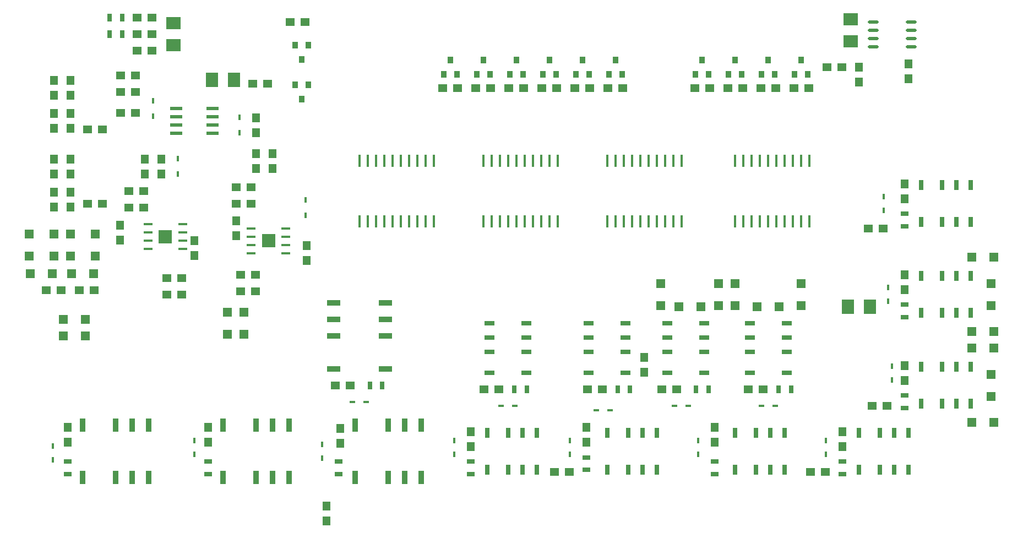
<source format=gbr>
G04 EasyPC Gerber Version 20.0.2 Build 4112 *
G04 #@! TF.Part,Single*
G04 #@! TF.FileFunction,Paste,Top *
%FSLAX35Y35*%
%MOIN*%
G04 #@! TA.AperFunction,SMDPad*
%ADD129R,0.01211X0.03337*%
%ADD141R,0.01369X0.03632*%
%ADD136R,0.01600X0.07200*%
%ADD135R,0.02550X0.06487*%
%ADD132R,0.02943X0.04912*%
%ADD125R,0.03337X0.08061*%
%ADD137R,0.03400X0.04200*%
%ADD127R,0.04900X0.05400*%
%ADD142R,0.07400X0.08900*%
%ADD128R,0.05700X0.05700*%
%ADD139R,0.08400X0.08400*%
%ADD143O,0.06600X0.01900*%
%ADD133R,0.03337X0.01211*%
%ADD138R,0.05700X0.01500*%
%ADD140R,0.07400X0.01900*%
%ADD130R,0.06487X0.02550*%
%ADD126R,0.04912X0.02943*%
%ADD134R,0.08061X0.03337*%
%ADD131R,0.05400X0.04900*%
%ADD144R,0.08900X0.07400*%
X0Y0D02*
D02*
D125*
X720250Y403502D03*
Y434998D03*
X740250Y403502D03*
Y434998D03*
X750250Y403502D03*
Y434998D03*
X760250Y403502D03*
Y434998D03*
X805250Y403502D03*
Y434998D03*
X825250Y403502D03*
Y434998D03*
X835250Y403502D03*
Y434998D03*
X845250Y403502D03*
Y434998D03*
X885250Y403502D03*
Y434998D03*
X905250Y403502D03*
Y434998D03*
X915250Y403502D03*
Y434998D03*
X925250Y403502D03*
Y434998D03*
D02*
D126*
X711250Y405510D03*
Y412990D03*
X796250Y405510D03*
Y412990D03*
X875250Y405510D03*
Y412990D03*
X955250Y405510D03*
Y412990D03*
X1025250Y408010D03*
Y415490D03*
X1102750Y405510D03*
Y412990D03*
X1180250Y405510D03*
Y412990D03*
X1217750Y445510D03*
Y452990D03*
Y500510D03*
Y507990D03*
Y555510D03*
Y562990D03*
D02*
D127*
X702750Y567250D03*
Y576250D03*
Y587250D03*
Y596250D03*
Y614750D03*
Y623750D03*
Y634750D03*
Y643750D03*
X711250Y424750D03*
Y433750D03*
X712750Y567250D03*
Y576250D03*
Y587250D03*
Y596250D03*
Y614750D03*
Y623750D03*
Y634750D03*
Y643750D03*
X742750Y547250D03*
Y556250D03*
X757750Y587250D03*
Y596250D03*
X767750Y587250D03*
Y596250D03*
X787750Y537750D03*
Y546750D03*
X796250Y424750D03*
Y433750D03*
X813250Y549750D03*
Y558750D03*
X825250Y590309D03*
Y599309D03*
Y612250D03*
Y621250D03*
X835250Y590309D03*
Y599309D03*
X855750Y534750D03*
Y543750D03*
X867750Y377250D03*
Y386250D03*
X876250Y424250D03*
Y433250D03*
X955250Y422250D03*
Y431250D03*
X1025250Y424750D03*
Y433750D03*
X1060250Y467250D03*
Y476250D03*
X1102750Y424750D03*
Y433750D03*
X1180250Y422250D03*
Y431250D03*
X1190250Y642750D03*
Y651750D03*
X1217750Y462250D03*
Y471250D03*
Y517250D03*
Y526250D03*
Y572250D03*
Y581250D03*
X1220250Y644750D03*
Y653750D03*
D02*
D128*
X687750Y537550D03*
Y550950D03*
X688550Y526750D03*
X701950D03*
X702750Y537550D03*
Y550950D03*
X708550Y489250D03*
Y499250D03*
X712750Y537550D03*
Y550950D03*
X713550Y526750D03*
X721950Y489250D03*
Y499250D03*
X726950Y526750D03*
X727750Y537550D03*
Y550950D03*
X807750Y490050D03*
Y503450D03*
X817750Y490050D03*
Y503450D03*
X1070250Y507550D03*
Y520950D03*
X1081050Y506750D03*
X1094450D03*
X1105250Y507550D03*
Y520950D03*
X1115250Y507550D03*
Y520950D03*
X1128550Y506750D03*
X1141950D03*
X1155250Y507550D03*
Y520950D03*
X1258550Y436750D03*
Y481750D03*
Y491750D03*
Y536750D03*
X1270250Y452550D03*
Y465950D03*
Y507550D03*
Y520950D03*
X1271950Y436750D03*
Y481750D03*
Y491750D03*
Y536750D03*
D02*
D129*
X702250Y414116D03*
Y422384D03*
X787750Y417616D03*
Y425884D03*
X865250Y415116D03*
Y423384D03*
X945250Y417616D03*
Y425884D03*
X1015250Y417616D03*
Y425884D03*
X1092750Y417616D03*
Y425884D03*
X1170250Y417616D03*
Y425884D03*
X1205250Y565116D03*
Y573384D03*
X1207750Y510116D03*
Y518384D03*
X1210250Y462616D03*
Y470884D03*
D02*
D130*
X966530Y466789D03*
Y479388D03*
Y488049D03*
Y496711D03*
X988970Y466789D03*
Y479388D03*
Y488049D03*
Y496711D03*
X1026530Y466789D03*
Y479388D03*
Y488049D03*
Y496711D03*
X1048970Y466789D03*
Y479388D03*
Y488049D03*
Y496711D03*
X1074030Y466789D03*
Y479388D03*
Y488049D03*
Y496711D03*
X1096470Y466789D03*
Y479388D03*
Y488049D03*
Y496711D03*
X1124030Y466789D03*
Y479388D03*
Y488049D03*
Y496711D03*
X1146470Y466789D03*
Y479388D03*
Y488049D03*
Y496711D03*
D02*
D131*
X698250Y516750D03*
X707250D03*
X718250D03*
X723250Y569250D03*
Y614250D03*
X727250Y516750D03*
X732250Y569250D03*
Y614250D03*
X743250Y624250D03*
Y636750D03*
Y646750D03*
X748250Y566750D03*
Y576750D03*
X752250Y624250D03*
Y636750D03*
Y646750D03*
X753250Y661750D03*
Y671750D03*
Y681750D03*
X757250Y566750D03*
Y576750D03*
X762250Y661750D03*
Y671750D03*
Y681750D03*
X771250Y514250D03*
Y524250D03*
X780250Y514250D03*
Y524250D03*
X813250Y569250D03*
Y579250D03*
X815750Y516250D03*
Y526250D03*
X822250Y569250D03*
Y579250D03*
X823250Y641750D03*
X824750Y516250D03*
Y526250D03*
X832250Y641750D03*
X845750Y679250D03*
X854750D03*
X873250Y459250D03*
X882250D03*
X938250Y639250D03*
X947250D03*
X958250D03*
X963250Y456750D03*
X967250Y639250D03*
X972250Y456750D03*
X978250Y639250D03*
X987250D03*
X998250D03*
X1005750Y406750D03*
X1007250Y639250D03*
X1014750Y406750D03*
X1018250Y639250D03*
X1025750Y456750D03*
X1027250Y639250D03*
X1034750Y456750D03*
X1038250Y639250D03*
X1047250D03*
X1070750Y456750D03*
X1079750D03*
X1090750Y639250D03*
X1099750D03*
X1110750D03*
X1119750D03*
X1123250Y456750D03*
X1130750Y639250D03*
X1132250Y456750D03*
X1139750Y639250D03*
X1150750D03*
X1159750D03*
X1160750Y406750D03*
X1169750D03*
X1170750Y651750D03*
X1179750D03*
X1195750Y554250D03*
X1198250Y446750D03*
X1204750Y554250D03*
X1207250Y446750D03*
D02*
D132*
X736510Y671750D03*
Y681750D03*
X743990Y671750D03*
Y681750D03*
X894010Y459250D03*
X901490D03*
X981510Y456750D03*
X988990D03*
X1044010D03*
X1051490D03*
X1091510D03*
X1098990D03*
X1141510D03*
X1148990D03*
D02*
D133*
X883616Y449250D03*
X891884D03*
X973616Y446750D03*
X981884D03*
X1031116Y444250D03*
X1039384D03*
X1078616Y446750D03*
X1086884D03*
X1131116D03*
X1139384D03*
D02*
D134*
X872002Y469250D03*
Y489250D03*
Y499250D03*
Y509250D03*
X903498Y469250D03*
Y489250D03*
Y499250D03*
Y509250D03*
D02*
D135*
X965289Y408030D03*
Y430470D03*
X977888Y408030D03*
Y430470D03*
X986549Y408030D03*
Y430470D03*
X995211Y408030D03*
Y430470D03*
X1037789Y408030D03*
Y430470D03*
X1050388Y408030D03*
Y430470D03*
X1059049Y408030D03*
Y430470D03*
X1067711Y408030D03*
Y430470D03*
X1115289Y408030D03*
Y430470D03*
X1127888Y408030D03*
Y430470D03*
X1136549Y408030D03*
Y430470D03*
X1145211Y408030D03*
Y430470D03*
X1190289Y408030D03*
Y430470D03*
X1202888Y408030D03*
Y430470D03*
X1211549Y408030D03*
Y430470D03*
X1220211Y408030D03*
Y430470D03*
X1227789Y448030D03*
Y470470D03*
Y503030D03*
Y525470D03*
Y558030D03*
Y580470D03*
X1240388Y448030D03*
Y470470D03*
Y503030D03*
Y525470D03*
Y558030D03*
Y580470D03*
X1249049Y448030D03*
Y470470D03*
Y503030D03*
Y525470D03*
Y558030D03*
Y580470D03*
X1257711Y448030D03*
Y470470D03*
Y503030D03*
Y525470D03*
Y558030D03*
Y580470D03*
D02*
D136*
X887750Y558350D03*
Y595150D03*
X892750Y558350D03*
Y595150D03*
X897750Y558350D03*
Y595150D03*
X902750Y558350D03*
Y595150D03*
X907750Y558350D03*
Y595150D03*
X912750Y558350D03*
Y595150D03*
X917750Y558350D03*
Y595150D03*
X922750Y558350D03*
Y595150D03*
X927750Y558350D03*
Y595150D03*
X932750Y558350D03*
Y595150D03*
X962750Y558350D03*
Y595150D03*
X967750Y558350D03*
Y595150D03*
X972750Y558350D03*
Y595150D03*
X977750Y558350D03*
Y595150D03*
X982750Y558350D03*
Y595150D03*
X987750Y558350D03*
Y595150D03*
X992750Y558350D03*
Y595150D03*
X997750Y558350D03*
Y595150D03*
X1002750Y558350D03*
Y595150D03*
X1007750Y558350D03*
Y595150D03*
X1037750Y558350D03*
Y595150D03*
X1042750Y558350D03*
Y595150D03*
X1047750Y558350D03*
Y595150D03*
X1052750Y558350D03*
Y595150D03*
X1057750Y558350D03*
Y595150D03*
X1062750Y558350D03*
Y595150D03*
X1067750Y558350D03*
Y595150D03*
X1072750Y558350D03*
Y595150D03*
X1077750Y558350D03*
Y595150D03*
X1082750Y558350D03*
Y595150D03*
X1115250Y558350D03*
Y595150D03*
X1120250Y558350D03*
Y595150D03*
X1125250Y558350D03*
Y595150D03*
X1130250Y558350D03*
Y595150D03*
X1135250Y558350D03*
Y595150D03*
X1140250Y558350D03*
Y595150D03*
X1145250Y558350D03*
Y595150D03*
X1150250Y558350D03*
Y595150D03*
X1155250Y558350D03*
Y595150D03*
X1160250Y558350D03*
Y595150D03*
D02*
D137*
X848750Y641050D03*
Y665050D03*
X852750Y632350D03*
Y656350D03*
X856750Y641050D03*
Y665050D03*
X938750Y647450D03*
X942750Y656150D03*
X946750Y647450D03*
X958750D03*
X962750Y656150D03*
X966750Y647450D03*
X978750D03*
X982750Y656150D03*
X986750Y647450D03*
X998750D03*
X1002750Y656150D03*
X1006750Y647450D03*
X1018750D03*
X1022750Y656150D03*
X1026750Y647450D03*
X1038750D03*
X1042750Y656150D03*
X1046750Y647450D03*
X1091250D03*
X1095250Y656150D03*
X1099250Y647450D03*
X1111250D03*
X1115250Y656150D03*
X1119250Y647450D03*
X1131250D03*
X1135250Y656150D03*
X1139250Y647450D03*
X1151250D03*
X1155250Y656150D03*
X1159250Y647450D03*
D02*
D138*
X759800Y541750D03*
Y546750D03*
Y551750D03*
Y556750D03*
X780700Y541750D03*
Y546750D03*
Y551750D03*
Y556750D03*
X822300Y539250D03*
Y544250D03*
Y549250D03*
Y554250D03*
X843200Y539250D03*
Y544250D03*
Y549250D03*
Y554250D03*
D02*
D139*
X770250Y549250D03*
X832750Y546750D03*
D02*
D140*
X776750Y611750D03*
Y616750D03*
Y621750D03*
Y626750D03*
X798750Y611750D03*
Y616750D03*
Y621750D03*
Y626750D03*
D02*
D141*
X762750Y622175D03*
Y631325D03*
X777750Y587175D03*
Y596325D03*
X815250Y612175D03*
Y621325D03*
X855250Y562175D03*
Y571325D03*
D02*
D142*
X798550Y644250D03*
X811950D03*
X1183550Y506750D03*
X1196950D03*
D02*
D143*
X1198850Y664250D03*
Y669250D03*
Y674250D03*
Y679250D03*
X1221650Y664250D03*
Y669250D03*
Y674250D03*
Y679250D03*
D02*
D144*
X775250Y665050D03*
Y678450D03*
X1185250Y667550D03*
Y680950D03*
X0Y0D02*
M02*

</source>
